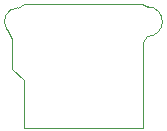
<source format=gbr>
G04 #@! TF.GenerationSoftware,KiCad,Pcbnew,(5.1.0)-1*
G04 #@! TF.CreationDate,2019-11-07T09:25:18-08:00*
G04 #@! TF.ProjectId,MS_v4_ETL_LED_Driver_v2,4d535f76-345f-4455-944c-5f4c45445f44,rev?*
G04 #@! TF.SameCoordinates,Original*
G04 #@! TF.FileFunction,Profile,NP*
%FSLAX46Y46*%
G04 Gerber Fmt 4.6, Leading zero omitted, Abs format (unit mm)*
G04 Created by KiCad (PCBNEW (5.1.0)-1) date 2019-11-07 09:25:18*
%MOMM*%
%LPD*%
G04 APERTURE LIST*
%ADD10C,0.050800*%
G04 APERTURE END LIST*
D10*
X23809999Y-13550001D02*
X23320000Y-13284200D01*
X23420000Y-16580000D02*
X23730001Y-16069999D01*
X23809999Y-13550001D02*
G75*
G02X23730001Y-16069999I-39999J-1259999D01*
G01*
X18284200Y-13284200D02*
X13284200Y-13284200D01*
X23420000Y-19090000D02*
X23420000Y-23780000D01*
X13284200Y-13284200D02*
X12800000Y-13640000D01*
X11839464Y-15450363D02*
G75*
G02X12800000Y-13640000I960536J650363D01*
G01*
X21742400Y-13284200D02*
X23320000Y-13284200D01*
X23420000Y-16580000D02*
X23420000Y-19090000D01*
X18284200Y-13284200D02*
X21742400Y-13284200D01*
X12284200Y-16276320D02*
X11839464Y-15450363D01*
X12284200Y-18784200D02*
X12284200Y-16276320D01*
X13284200Y-19784200D02*
X13284200Y-23784200D01*
X12284200Y-18784200D02*
X13284200Y-19784200D01*
X13284200Y-23784200D02*
X23420000Y-23780000D01*
M02*

</source>
